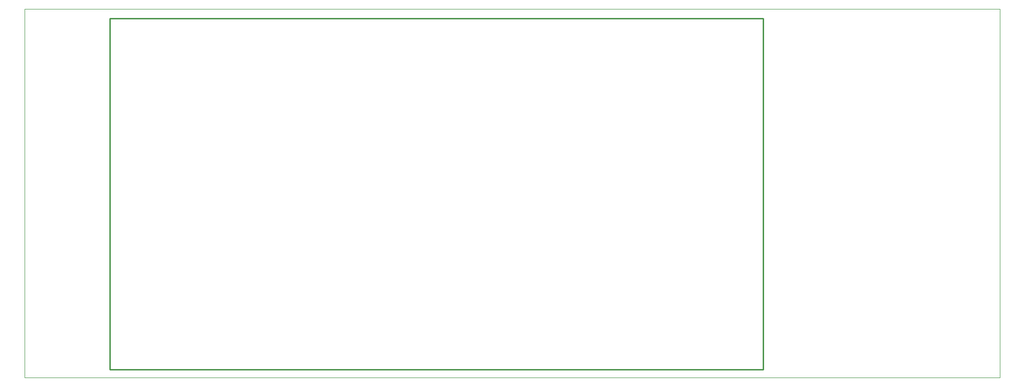
<source format=gko>
%FSLAX25Y25*%
%MOIN*%
G70*
G01*
G75*
G04 Layer_Color=16711935*
G04:AMPARAMS|DCode=10|XSize=23.62mil|YSize=61.02mil|CornerRadius=5.91mil|HoleSize=0mil|Usage=FLASHONLY|Rotation=0.000|XOffset=0mil|YOffset=0mil|HoleType=Round|Shape=RoundedRectangle|*
%AMROUNDEDRECTD10*
21,1,0.02362,0.04921,0,0,0.0*
21,1,0.01181,0.06102,0,0,0.0*
1,1,0.01181,0.00591,-0.02461*
1,1,0.01181,-0.00591,-0.02461*
1,1,0.01181,-0.00591,0.02461*
1,1,0.01181,0.00591,0.02461*
%
%ADD10ROUNDEDRECTD10*%
%ADD11O,0.07480X0.02362*%
%ADD12O,0.01378X0.07087*%
G04:AMPARAMS|DCode=13|XSize=23.62mil|YSize=61.02mil|CornerRadius=5.91mil|HoleSize=0mil|Usage=FLASHONLY|Rotation=270.000|XOffset=0mil|YOffset=0mil|HoleType=Round|Shape=RoundedRectangle|*
%AMROUNDEDRECTD13*
21,1,0.02362,0.04921,0,0,270.0*
21,1,0.01181,0.06102,0,0,270.0*
1,1,0.01181,-0.02461,-0.00591*
1,1,0.01181,-0.02461,0.00591*
1,1,0.01181,0.02461,0.00591*
1,1,0.01181,0.02461,-0.00591*
%
%ADD13ROUNDEDRECTD13*%
%ADD14R,0.03937X0.05315*%
%ADD15R,0.04134X0.04331*%
%ADD16R,0.03150X0.01969*%
%ADD17R,0.01969X0.03150*%
%ADD18R,0.04724X0.05315*%
%ADD19R,0.05315X0.04724*%
%ADD20R,0.05709X0.04528*%
%ADD21R,0.04528X0.05709*%
%ADD22C,0.01969*%
%ADD23C,0.01500*%
%ADD24C,0.02000*%
%ADD25C,0.01300*%
%ADD26C,0.04000*%
%ADD27C,0.05000*%
%ADD28C,0.03000*%
%ADD29C,0.06500*%
%ADD30C,0.06000*%
%ADD31R,0.03500X0.07500*%
%ADD32R,0.04724X0.07087*%
%ADD33R,0.07500X0.03500*%
%ADD34R,0.05600X0.07700*%
%ADD35C,0.00100*%
%ADD36C,0.11417*%
%ADD37C,0.15354*%
%ADD38C,0.11024*%
%ADD39C,0.05906*%
%ADD40R,0.05906X0.05906*%
%ADD41C,0.06000*%
%ADD42R,0.05906X0.05906*%
%ADD43P,0.05966X8X112.5*%
%ADD44C,0.05512*%
%ADD45C,0.11811*%
%ADD46C,0.10236*%
%ADD47C,0.05000*%
%ADD48C,0.02284*%
%ADD49C,0.15700*%
%ADD50C,0.04000*%
%ADD51C,0.02000*%
%ADD52C,0.06200*%
%ADD53R,0.06693X0.12598*%
%ADD54R,0.09449X0.06496*%
%ADD55O,0.01102X0.03347*%
%ADD56R,0.03543X0.02559*%
%ADD57R,0.06102X0.05512*%
%ADD58R,0.04331X0.04134*%
%ADD59R,0.03937X0.02362*%
%ADD60C,0.04500*%
%ADD61C,0.01000*%
%ADD62C,0.02500*%
%ADD63C,0.07000*%
%ADD64C,0.03500*%
%ADD65C,0.05500*%
%ADD66R,0.07087X0.04724*%
%ADD67R,0.02756X0.01102*%
%ADD68C,0.01575*%
%ADD69C,0.02362*%
%ADD70C,0.03937*%
%ADD71C,0.00787*%
%ADD72C,0.00800*%
G04:AMPARAMS|DCode=73|XSize=31.62mil|YSize=69.02mil|CornerRadius=9.91mil|HoleSize=0mil|Usage=FLASHONLY|Rotation=0.000|XOffset=0mil|YOffset=0mil|HoleType=Round|Shape=RoundedRectangle|*
%AMROUNDEDRECTD73*
21,1,0.03162,0.04921,0,0,0.0*
21,1,0.01181,0.06902,0,0,0.0*
1,1,0.01981,0.00591,-0.02461*
1,1,0.01981,-0.00591,-0.02461*
1,1,0.01981,-0.00591,0.02461*
1,1,0.01981,0.00591,0.02461*
%
%ADD73ROUNDEDRECTD73*%
%ADD74O,0.08280X0.03162*%
%ADD75O,0.02178X0.07887*%
G04:AMPARAMS|DCode=76|XSize=31.62mil|YSize=69.02mil|CornerRadius=9.91mil|HoleSize=0mil|Usage=FLASHONLY|Rotation=270.000|XOffset=0mil|YOffset=0mil|HoleType=Round|Shape=RoundedRectangle|*
%AMROUNDEDRECTD76*
21,1,0.03162,0.04921,0,0,270.0*
21,1,0.01181,0.06902,0,0,270.0*
1,1,0.01981,-0.02461,-0.00591*
1,1,0.01981,-0.02461,0.00591*
1,1,0.01981,0.02461,0.00591*
1,1,0.01981,0.02461,-0.00591*
%
%ADD76ROUNDEDRECTD76*%
%ADD77R,0.04737X0.06115*%
%ADD78R,0.04934X0.05131*%
%ADD79R,0.03950X0.02769*%
%ADD80R,0.02769X0.03950*%
%ADD81R,0.05524X0.06115*%
%ADD82R,0.06115X0.05524*%
%ADD83R,0.06509X0.05328*%
%ADD84R,0.05328X0.06509*%
%ADD85C,0.12217*%
%ADD86C,0.16154*%
%ADD87C,0.11824*%
%ADD88C,0.06706*%
%ADD89R,0.06706X0.06706*%
%ADD90C,0.06800*%
%ADD91R,0.06706X0.06706*%
%ADD92P,0.06832X8X112.5*%
%ADD93C,0.06312*%
%ADD94C,0.12611*%
%ADD95C,0.11036*%
%ADD96C,0.05800*%
%ADD97C,0.03084*%
%ADD98C,0.16500*%
%ADD99C,0.04800*%
%ADD100C,0.02800*%
%ADD101C,0.07000*%
%ADD102R,0.07493X0.13398*%
%ADD103R,0.10000X0.07047*%
%ADD104O,0.01654X0.03898*%
%ADD105R,0.04343X0.03359*%
%ADD106R,0.06902X0.06312*%
%ADD107R,0.05131X0.04934*%
%ADD108R,0.04737X0.03162*%
%ADD109R,0.03556X0.01902*%
%ADD110R,0.04134X0.02677*%
%ADD111R,0.01969X0.01024*%
%ADD112O,0.00906X0.03150*%
D35*
X260400Y-22500D02*
Y237500D01*
X-426250Y-22500D02*
X260400D01*
X-426250D02*
Y237500D01*
X260400D01*
D61*
X-366250Y-16800D02*
Y230800D01*
X93750D01*
X-366250Y-16800D02*
X93750D01*
Y230800D01*
M02*

</source>
